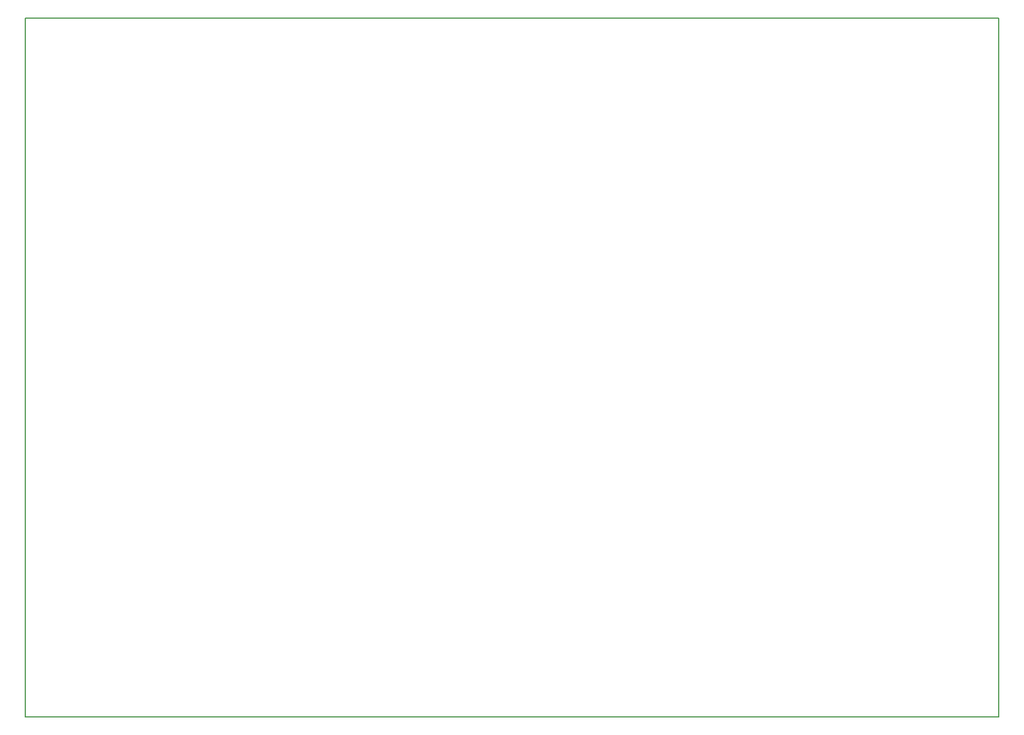
<source format=gbr>
%TF.GenerationSoftware,KiCad,Pcbnew,(6.0.2)*%
%TF.CreationDate,2022-03-12T17:52:30+01:00*%
%TF.ProjectId,hardware,68617264-7761-4726-952e-6b696361645f,rev?*%
%TF.SameCoordinates,Original*%
%TF.FileFunction,Profile,NP*%
%FSLAX46Y46*%
G04 Gerber Fmt 4.6, Leading zero omitted, Abs format (unit mm)*
G04 Created by KiCad (PCBNEW (6.0.2)) date 2022-03-12 17:52:30*
%MOMM*%
%LPD*%
G01*
G04 APERTURE LIST*
%TA.AperFunction,Profile*%
%ADD10C,0.200000*%
%TD*%
G04 APERTURE END LIST*
D10*
X20320000Y-20320000D02*
X170320000Y-20320000D01*
X170320000Y-20320000D02*
X170320000Y-128100000D01*
X170320000Y-128100000D02*
X20320000Y-128100000D01*
X20320000Y-128100000D02*
X20320000Y-20320000D01*
M02*

</source>
